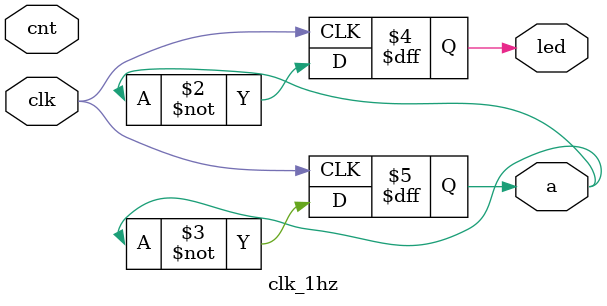
<source format=v>
module clk_1hz(clk, cnt, led, a);
input clk, cnt;
output reg led, a;

always @ (posedge clk)
begin
	led <= ~a;
	a = ~a;
end
endmodule
		
</source>
